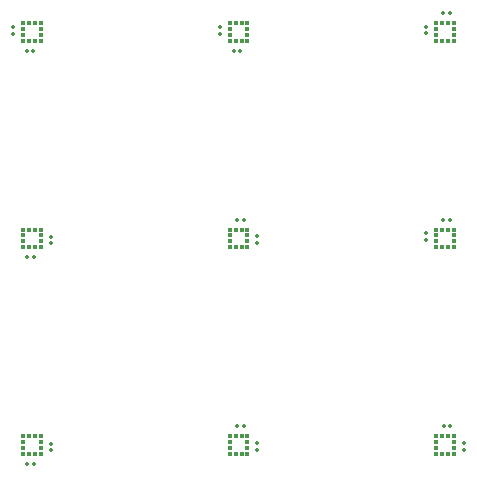
<source format=gtp>
G04 #@! TF.GenerationSoftware,KiCad,Pcbnew,7.0.2-6a45011f42~172~ubuntu22.04.1*
G04 #@! TF.CreationDate,2023-05-18T14:48:33+01:00*
G04 #@! TF.ProjectId,KX134_array,4b583133-345f-4617-9272-61792e6b6963,rev?*
G04 #@! TF.SameCoordinates,Original*
G04 #@! TF.FileFunction,Paste,Top*
G04 #@! TF.FilePolarity,Positive*
%FSLAX46Y46*%
G04 Gerber Fmt 4.6, Leading zero omitted, Abs format (unit mm)*
G04 Created by KiCad (PCBNEW 7.0.2-6a45011f42~172~ubuntu22.04.1) date 2023-05-18 14:48:33*
%MOMM*%
%LPD*%
G01*
G04 APERTURE LIST*
G04 Aperture macros list*
%AMRoundRect*
0 Rectangle with rounded corners*
0 $1 Rounding radius*
0 $2 $3 $4 $5 $6 $7 $8 $9 X,Y pos of 4 corners*
0 Add a 4 corners polygon primitive as box body*
4,1,4,$2,$3,$4,$5,$6,$7,$8,$9,$2,$3,0*
0 Add four circle primitives for the rounded corners*
1,1,$1+$1,$2,$3*
1,1,$1+$1,$4,$5*
1,1,$1+$1,$6,$7*
1,1,$1+$1,$8,$9*
0 Add four rect primitives between the rounded corners*
20,1,$1+$1,$2,$3,$4,$5,0*
20,1,$1+$1,$4,$5,$6,$7,0*
20,1,$1+$1,$6,$7,$8,$9,0*
20,1,$1+$1,$8,$9,$2,$3,0*%
G04 Aperture macros list end*
%ADD10RoundRect,0.067500X0.067500X-0.067500X0.067500X0.067500X-0.067500X0.067500X-0.067500X-0.067500X0*%
%ADD11RoundRect,0.067500X-0.067500X0.067500X-0.067500X-0.067500X0.067500X-0.067500X0.067500X0.067500X0*%
%ADD12RoundRect,0.067500X0.067500X0.067500X-0.067500X0.067500X-0.067500X-0.067500X0.067500X-0.067500X0*%
%ADD13RoundRect,0.067500X-0.067500X-0.067500X0.067500X-0.067500X0.067500X0.067500X-0.067500X0.067500X0*%
%ADD14R,0.330200X0.304800*%
%ADD15R,0.304800X0.330200*%
G04 APERTURE END LIST*
D10*
X169100000Y-82875000D03*
X169100000Y-82325000D03*
D11*
X148400000Y-64625000D03*
X148400000Y-65175000D03*
D12*
X167925000Y-80900000D03*
X167375000Y-80900000D03*
D11*
X183400000Y-82075001D03*
X183400000Y-82625001D03*
D12*
X185425000Y-98400000D03*
X184875000Y-98400000D03*
D10*
X151600000Y-100425000D03*
X151600000Y-99875000D03*
D13*
X149625000Y-84100000D03*
X150175000Y-84100000D03*
D12*
X185374999Y-80900000D03*
X184824999Y-80900000D03*
D14*
X168249300Y-83250001D03*
X168249300Y-82750000D03*
X168249300Y-82250000D03*
X168249300Y-81749999D03*
D15*
X167750000Y-81750700D03*
X167250000Y-81750700D03*
D14*
X166750700Y-81749999D03*
X166750700Y-82250000D03*
X166750700Y-82750000D03*
X166750700Y-83250001D03*
D15*
X167250000Y-83249300D03*
X167750000Y-83249300D03*
X185750001Y-64250700D03*
X185250000Y-64250700D03*
X184750000Y-64250700D03*
X184249999Y-64250700D03*
D14*
X184250700Y-64750000D03*
X184250700Y-65250000D03*
D15*
X184249999Y-65749300D03*
X184750000Y-65749300D03*
X185250000Y-65749300D03*
X185750001Y-65749300D03*
D14*
X185749300Y-65250000D03*
X185749300Y-64750000D03*
D15*
X149249999Y-100749300D03*
X149750000Y-100749300D03*
X150250000Y-100749300D03*
X150750001Y-100749300D03*
D14*
X150749300Y-100250000D03*
X150749300Y-99750000D03*
D15*
X150750001Y-99250700D03*
X150250000Y-99250700D03*
X149750000Y-99250700D03*
X149249999Y-99250700D03*
D14*
X149250700Y-99750000D03*
X149250700Y-100250000D03*
X149250700Y-64249999D03*
X149250700Y-64750000D03*
X149250700Y-65250000D03*
X149250700Y-65750001D03*
D15*
X149750000Y-65749300D03*
X150250000Y-65749300D03*
D14*
X150749300Y-65750001D03*
X150749300Y-65250000D03*
X150749300Y-64750000D03*
X150749300Y-64249999D03*
D15*
X150250000Y-64250700D03*
X149750000Y-64250700D03*
D14*
X185749300Y-100750001D03*
X185749300Y-100250000D03*
X185749300Y-99750000D03*
X185749300Y-99249999D03*
D15*
X185250000Y-99250700D03*
X184750000Y-99250700D03*
D14*
X184250700Y-99249999D03*
X184250700Y-99750000D03*
X184250700Y-100250000D03*
X184250700Y-100750001D03*
D15*
X184750000Y-100749300D03*
X185250000Y-100749300D03*
D13*
X149575000Y-66600000D03*
X150125000Y-66600000D03*
D15*
X149249999Y-83249300D03*
X149750000Y-83249300D03*
X150250000Y-83249300D03*
X150750001Y-83249300D03*
D14*
X150749300Y-82750000D03*
X150749300Y-82250000D03*
D15*
X150750001Y-81750700D03*
X150250000Y-81750700D03*
X149750000Y-81750700D03*
X149249999Y-81750700D03*
D14*
X149250700Y-82250000D03*
X149250700Y-82750000D03*
D10*
X169100000Y-100375000D03*
X169100000Y-99825000D03*
X151600000Y-82925000D03*
X151600000Y-82375000D03*
X186600000Y-100375000D03*
X186600000Y-99825000D03*
D11*
X183400000Y-64575001D03*
X183400000Y-65125001D03*
X165900000Y-64625000D03*
X165900000Y-65175000D03*
D14*
X166750700Y-64249999D03*
X166750700Y-64750000D03*
X166750700Y-65250000D03*
X166750700Y-65750001D03*
D15*
X167250000Y-65749300D03*
X167750000Y-65749300D03*
D14*
X168249300Y-65750001D03*
X168249300Y-65250000D03*
X168249300Y-64750000D03*
X168249300Y-64249999D03*
D15*
X167750000Y-64250700D03*
X167250000Y-64250700D03*
D12*
X185374999Y-63400000D03*
X184824999Y-63400000D03*
D15*
X185750001Y-81750700D03*
X185250000Y-81750700D03*
X184750000Y-81750700D03*
X184249999Y-81750700D03*
D14*
X184250700Y-82250000D03*
X184250700Y-82750000D03*
D15*
X184249999Y-83249300D03*
X184750000Y-83249300D03*
X185250000Y-83249300D03*
X185750001Y-83249300D03*
D14*
X185749300Y-82750000D03*
X185749300Y-82250000D03*
X168249300Y-100750001D03*
X168249300Y-100250000D03*
X168249300Y-99750000D03*
X168249300Y-99249999D03*
D15*
X167750000Y-99250700D03*
X167250000Y-99250700D03*
D14*
X166750700Y-99249999D03*
X166750700Y-99750000D03*
X166750700Y-100250000D03*
X166750700Y-100750001D03*
D15*
X167250000Y-100749300D03*
X167750000Y-100749300D03*
D13*
X149625000Y-101600000D03*
X150175000Y-101600000D03*
X167075000Y-66600000D03*
X167625000Y-66600000D03*
D12*
X167925000Y-98400000D03*
X167375000Y-98400000D03*
M02*

</source>
